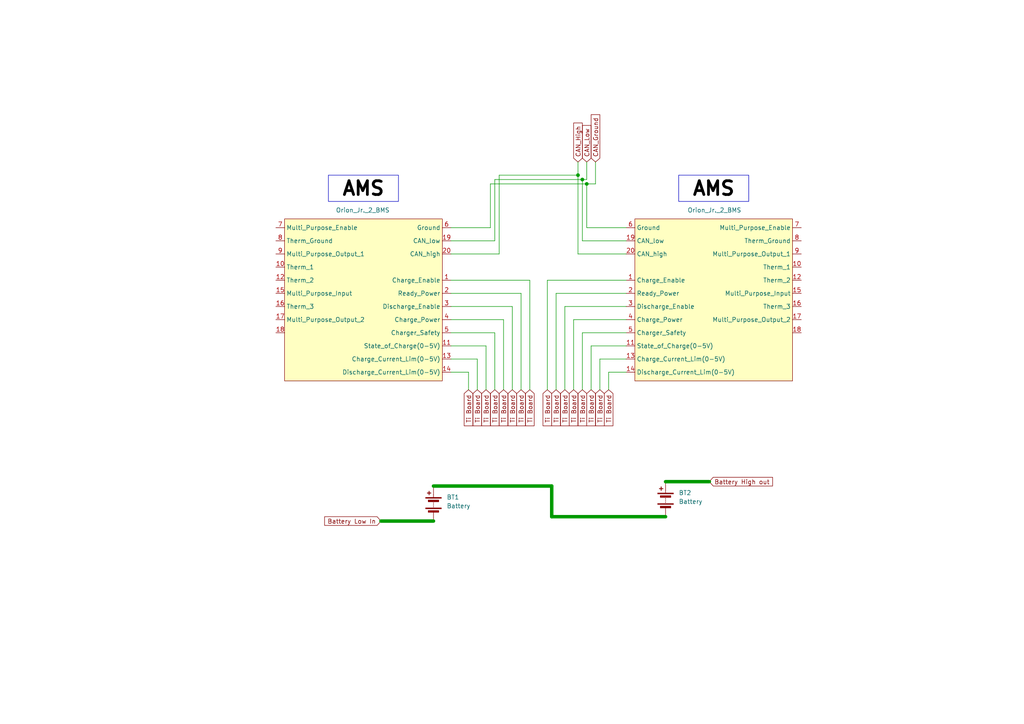
<source format=kicad_sch>
(kicad_sch (version 20230121) (generator eeschema)

  (uuid 6ec3cdcf-3d72-441d-8627-58bd9101e699)

  (paper "A4")

  (lib_symbols
    (symbol "Device:Battery" (pin_numbers hide) (pin_names (offset 0) hide) (in_bom yes) (on_board yes)
      (property "Reference" "BT" (at 2.54 2.54 0)
        (effects (font (size 1.27 1.27)) (justify left))
      )
      (property "Value" "Battery" (at 2.54 0 0)
        (effects (font (size 1.27 1.27)) (justify left))
      )
      (property "Footprint" "" (at 0 1.524 90)
        (effects (font (size 1.27 1.27)) hide)
      )
      (property "Datasheet" "~" (at 0 1.524 90)
        (effects (font (size 1.27 1.27)) hide)
      )
      (property "ki_keywords" "batt voltage-source cell" (at 0 0 0)
        (effects (font (size 1.27 1.27)) hide)
      )
      (property "ki_description" "Multiple-cell battery" (at 0 0 0)
        (effects (font (size 1.27 1.27)) hide)
      )
      (symbol "Battery_0_1"
        (rectangle (start -2.286 -1.27) (end 2.286 -1.524)
          (stroke (width 0) (type default))
          (fill (type outline))
        )
        (rectangle (start -2.286 1.778) (end 2.286 1.524)
          (stroke (width 0) (type default))
          (fill (type outline))
        )
        (rectangle (start -1.524 -2.032) (end 1.524 -2.54)
          (stroke (width 0) (type default))
          (fill (type outline))
        )
        (rectangle (start -1.524 1.016) (end 1.524 0.508)
          (stroke (width 0) (type default))
          (fill (type outline))
        )
        (polyline
          (pts
            (xy 0 -1.016)
            (xy 0 -0.762)
          )
          (stroke (width 0) (type default))
          (fill (type none))
        )
        (polyline
          (pts
            (xy 0 -0.508)
            (xy 0 -0.254)
          )
          (stroke (width 0) (type default))
          (fill (type none))
        )
        (polyline
          (pts
            (xy 0 0)
            (xy 0 0.254)
          )
          (stroke (width 0) (type default))
          (fill (type none))
        )
        (polyline
          (pts
            (xy 0 1.778)
            (xy 0 2.54)
          )
          (stroke (width 0) (type default))
          (fill (type none))
        )
        (polyline
          (pts
            (xy 0.762 3.048)
            (xy 1.778 3.048)
          )
          (stroke (width 0.254) (type default))
          (fill (type none))
        )
        (polyline
          (pts
            (xy 1.27 3.556)
            (xy 1.27 2.54)
          )
          (stroke (width 0.254) (type default))
          (fill (type none))
        )
      )
      (symbol "Battery_1_1"
        (pin passive line (at 0 5.08 270) (length 2.54)
          (name "+" (effects (font (size 1.27 1.27))))
          (number "1" (effects (font (size 1.27 1.27))))
        )
        (pin passive line (at 0 -5.08 90) (length 2.54)
          (name "-" (effects (font (size 1.27 1.27))))
          (number "2" (effects (font (size 1.27 1.27))))
        )
      )
    )
    (symbol "Sevcon_Gen4_Size6_1" (in_bom yes) (on_board yes)
      (property "Reference" "U4" (at -10.16 17.78 0)
        (effects (font (size 1.27 1.27)) hide)
      )
      (property "Value" "Orion_Jr._2_BMS" (at 10.16 17.78 0)
        (effects (font (size 1.27 1.27)) (justify right))
      )
      (property "Footprint" "" (at -21.59 -20.32 0)
        (effects (font (size 1.27 1.27) italic) hide)
      )
      (property "Datasheet" "" (at -21.59 -20.32 0)
        (effects (font (size 1.27 1.27)) hide)
      )
      (symbol "Sevcon_Gen4_Size6_1_0_1"
        (rectangle (start -22.86 15.24) (end 22.86 -31.75)
          (stroke (width 0) (type default))
          (fill (type background))
        )
      )
      (symbol "Sevcon_Gen4_Size6_1_1_1"
        (pin passive line (at 25.4 -2.54 180) (length 2.54)
          (name "Charge_Enable" (effects (font (size 1.27 1.27))))
          (number "1" (effects (font (size 1.27 1.27))))
        )
        (pin passive line (at -25.4 1.27 0) (length 2.54)
          (name "Therm_1" (effects (font (size 1.27 1.27))))
          (number "10" (effects (font (size 1.27 1.27))))
        )
        (pin passive line (at 25.4 -21.59 180) (length 2.54)
          (name "State_of_Charge(0-5V)" (effects (font (size 1.27 1.27))))
          (number "11" (effects (font (size 1.27 1.27))))
        )
        (pin passive line (at -25.4 -2.54 0) (length 2.54)
          (name "Therm_2" (effects (font (size 1.27 1.27))))
          (number "12" (effects (font (size 1.27 1.27))))
        )
        (pin passive line (at 25.4 -25.4 180) (length 2.54)
          (name "Charge_Current_Lim(0-5V)" (effects (font (size 1.27 1.27))))
          (number "13" (effects (font (size 1.27 1.27))))
        )
        (pin passive line (at 25.4 -29.21 180) (length 2.54)
          (name "Discharge_Current_Lim(0-5V)" (effects (font (size 1.27 1.27))))
          (number "14" (effects (font (size 1.27 1.27))))
        )
        (pin passive line (at -25.4 -6.35 0) (length 2.54)
          (name "Multi_Purpose_Input" (effects (font (size 1.27 1.27))))
          (number "15" (effects (font (size 1.27 1.27))))
        )
        (pin passive line (at -25.4 -10.16 0) (length 2.54)
          (name "Therm_3" (effects (font (size 1.27 1.27))))
          (number "16" (effects (font (size 1.27 1.27))))
        )
        (pin passive line (at -25.4 -13.97 0) (length 2.54)
          (name "Multi_Purpose_Output_2" (effects (font (size 1.27 1.27))))
          (number "17" (effects (font (size 1.27 1.27))))
        )
        (pin passive line (at -25.4 -17.78 0) (length 2.54)
          (name "" (effects (font (size 1.27 1.27))))
          (number "18" (effects (font (size 1.27 1.27))))
        )
        (pin passive line (at 25.4 8.89 180) (length 2.54)
          (name "CAN_low" (effects (font (size 1.27 1.27))))
          (number "19" (effects (font (size 1.27 1.27))))
        )
        (pin passive line (at 25.4 -6.35 180) (length 2.54)
          (name "Ready_Power" (effects (font (size 1.27 1.27))))
          (number "2" (effects (font (size 1.27 1.27))))
        )
        (pin passive line (at 25.4 5.08 180) (length 2.54)
          (name "CAN_high" (effects (font (size 1.27 1.27))))
          (number "20" (effects (font (size 1.27 1.27))))
        )
        (pin passive line (at 25.4 -10.16 180) (length 2.54)
          (name "Discharge_Enable" (effects (font (size 1.27 1.27))))
          (number "3" (effects (font (size 1.27 1.27))))
        )
        (pin passive line (at 25.4 -13.97 180) (length 2.54)
          (name "Charge_Power" (effects (font (size 1.27 1.27))))
          (number "4" (effects (font (size 1.27 1.27))))
        )
        (pin passive line (at 25.4 -17.78 180) (length 2.54)
          (name "Charger_Safety" (effects (font (size 1.27 1.27))))
          (number "5" (effects (font (size 1.27 1.27))))
        )
        (pin passive line (at 25.4 12.7 180) (length 2.54)
          (name "Ground" (effects (font (size 1.27 1.27))))
          (number "6" (effects (font (size 1.27 1.27))))
        )
        (pin passive line (at -25.4 12.7 0) (length 2.54)
          (name "Multi_Purpose_Enable" (effects (font (size 1.27 1.27))))
          (number "7" (effects (font (size 1.27 1.27))))
        )
        (pin passive line (at -25.4 8.89 0) (length 2.54)
          (name "Therm_Ground" (effects (font (size 1.27 1.27))))
          (number "8" (effects (font (size 1.27 1.27))))
        )
        (pin passive line (at -25.4 5.08 0) (length 2.54)
          (name "Multi_Purpose_Output_1" (effects (font (size 1.27 1.27))))
          (number "9" (effects (font (size 1.27 1.27))))
        )
      )
    )
  )

  (junction (at 168.91 52.07) (diameter 0) (color 0 0 0 0)
    (uuid 7c878b68-cbb6-46b9-8113-a4b1759e33cd)
  )
  (junction (at 167.64 50.8) (diameter 0) (color 0 0 0 0)
    (uuid 9977f19c-996a-412c-a81f-2a4b847aebf5)
  )
  (junction (at 170.18 53.34) (diameter 0) (color 0 0 0 0)
    (uuid b101bcc7-4bfe-4c2e-b969-6eee3c2cd3ff)
  )

  (wire (pts (xy 181.61 81.28) (xy 158.75 81.28))
    (stroke (width 0) (type default))
    (uuid 06169184-387f-4d70-aa9c-48f9f53d57f4)
  )
  (wire (pts (xy 153.67 81.28) (xy 153.67 113.03))
    (stroke (width 0) (type default))
    (uuid 076d1dac-370c-4e52-8f1b-98d8ff1562bd)
  )
  (wire (pts (xy 181.61 96.52) (xy 168.91 96.52))
    (stroke (width 0) (type default))
    (uuid 19f28101-dde9-479c-9c53-486c9f9d9e73)
  )
  (wire (pts (xy 181.61 85.09) (xy 161.29 85.09))
    (stroke (width 0) (type default))
    (uuid 1e1aed57-2dc6-488b-bce8-0f2de06e4c14)
  )
  (wire (pts (xy 166.37 92.71) (xy 166.37 113.03))
    (stroke (width 0) (type default))
    (uuid 214f6401-480f-40ba-9641-869db9acc8e1)
  )
  (wire (pts (xy 167.64 50.8) (xy 167.64 73.66))
    (stroke (width 0) (type default))
    (uuid 22407a0d-5854-4706-a420-45503dee7872)
  )
  (wire (pts (xy 148.59 88.9) (xy 148.59 113.03))
    (stroke (width 0) (type default))
    (uuid 22bc1290-9972-44c5-8efc-3f6e61afc3c4)
  )
  (wire (pts (xy 144.78 50.8) (xy 144.78 73.66))
    (stroke (width 0) (type default))
    (uuid 25099327-c647-4528-b77a-8caf1e956ca4)
  )
  (wire (pts (xy 142.24 53.34) (xy 142.24 66.04))
    (stroke (width 0) (type default))
    (uuid 259b1748-423d-4d99-a1c6-fa8cd6609fbf)
  )
  (wire (pts (xy 140.97 100.33) (xy 140.97 113.03))
    (stroke (width 0) (type default))
    (uuid 3151251e-3ef9-4fc7-a126-0d3ba737394d)
  )
  (wire (pts (xy 181.61 88.9) (xy 163.83 88.9))
    (stroke (width 0) (type default))
    (uuid 32e58633-64e4-4564-adac-a98d24cbc583)
  )
  (wire (pts (xy 143.51 52.07) (xy 143.51 69.85))
    (stroke (width 0) (type default))
    (uuid 33b7d7a9-7636-4b0d-9e0f-826ee8c1219c)
  )
  (wire (pts (xy 130.81 92.71) (xy 146.05 92.71))
    (stroke (width 0) (type default))
    (uuid 359280b8-98a4-425f-b4ae-193a6b738fc2)
  )
  (wire (pts (xy 170.18 53.34) (xy 170.18 66.04))
    (stroke (width 0) (type default))
    (uuid 36e255a3-6432-4b9e-bec8-a38cbe8c6292)
  )
  (wire (pts (xy 160.02 149.86) (xy 160.02 140.97))
    (stroke (width 1) (type default))
    (uuid 3712ab5d-c07f-4eec-867d-81b94ed2261f)
  )
  (wire (pts (xy 168.91 96.52) (xy 168.91 113.03))
    (stroke (width 0) (type default))
    (uuid 380e4ace-039b-48c9-9a93-b3066cba2d33)
  )
  (wire (pts (xy 168.91 52.07) (xy 168.91 69.85))
    (stroke (width 0) (type default))
    (uuid 4210be58-a738-4b92-8045-e50c10901b09)
  )
  (wire (pts (xy 171.45 100.33) (xy 171.45 113.03))
    (stroke (width 0) (type default))
    (uuid 49f0dd8a-4ca8-4051-a904-e1cd793e1c05)
  )
  (wire (pts (xy 130.81 85.09) (xy 151.13 85.09))
    (stroke (width 0) (type default))
    (uuid 5baa056d-a633-4bb9-b1fb-4498d19edf37)
  )
  (wire (pts (xy 146.05 92.71) (xy 146.05 113.03))
    (stroke (width 0) (type default))
    (uuid 6151e90b-3aa8-485d-aab0-fef3914d462b)
  )
  (wire (pts (xy 168.91 52.07) (xy 170.18 52.07))
    (stroke (width 0) (type default))
    (uuid 61b4a651-8e13-4181-b944-fd881a7665dd)
  )
  (wire (pts (xy 170.18 53.34) (xy 172.72 53.34))
    (stroke (width 0) (type default))
    (uuid 6312e2a6-d87f-4fe4-ba45-9015f23220f7)
  )
  (wire (pts (xy 172.72 46.99) (xy 172.72 53.34))
    (stroke (width 0) (type default))
    (uuid 6af1efe3-ea5d-4c75-9622-2ff7f030866e)
  )
  (wire (pts (xy 181.61 92.71) (xy 166.37 92.71))
    (stroke (width 0) (type default))
    (uuid 6cb93b34-b90f-4a7c-8458-e24142f9c352)
  )
  (wire (pts (xy 130.81 73.66) (xy 144.78 73.66))
    (stroke (width 0) (type default))
    (uuid 74a3e1ba-0db3-4d34-9654-b106f9cf27c5)
  )
  (wire (pts (xy 181.61 69.85) (xy 168.91 69.85))
    (stroke (width 0) (type default))
    (uuid 7f98da2d-ef74-46c7-a5c2-c3d5f6fcad19)
  )
  (wire (pts (xy 130.81 96.52) (xy 143.51 96.52))
    (stroke (width 0) (type default))
    (uuid 7fba8195-5feb-4903-b8b1-d71ed75817f7)
  )
  (wire (pts (xy 130.81 107.95) (xy 135.89 107.95))
    (stroke (width 0) (type default))
    (uuid 810b4804-b75a-4dd9-85b5-d03f1d41968e)
  )
  (wire (pts (xy 173.99 104.14) (xy 173.99 113.03))
    (stroke (width 0) (type default))
    (uuid 81ec6f8d-111e-443c-ae07-d447423b5c95)
  )
  (wire (pts (xy 176.53 107.95) (xy 176.53 113.03))
    (stroke (width 0) (type default))
    (uuid 83645498-0704-4114-9a64-169a0ac1ce09)
  )
  (wire (pts (xy 130.81 88.9) (xy 148.59 88.9))
    (stroke (width 0) (type default))
    (uuid 8a4d9e63-a962-43d0-b3c3-855cec0f1090)
  )
  (wire (pts (xy 170.18 53.34) (xy 142.24 53.34))
    (stroke (width 0) (type default))
    (uuid 8b138119-db1f-4c9d-9320-5c7bd3e5d096)
  )
  (wire (pts (xy 130.81 66.04) (xy 142.24 66.04))
    (stroke (width 0) (type default))
    (uuid 97f52abc-9a09-4179-947f-9f0bf0b5259b)
  )
  (wire (pts (xy 181.61 100.33) (xy 171.45 100.33))
    (stroke (width 0) (type default))
    (uuid 9baf5335-afc2-4288-99ad-fc443683534f)
  )
  (wire (pts (xy 130.81 81.28) (xy 153.67 81.28))
    (stroke (width 0) (type default))
    (uuid 9bd338f6-8ed4-4d43-8bc7-14f99af9836d)
  )
  (wire (pts (xy 181.61 104.14) (xy 173.99 104.14))
    (stroke (width 0) (type default))
    (uuid 9ce18adf-4f9a-41d8-b804-8591d1601a11)
  )
  (wire (pts (xy 160.02 140.97) (xy 125.73 140.97))
    (stroke (width 1) (type default))
    (uuid ad945464-ac1a-4b36-872f-263570015869)
  )
  (wire (pts (xy 181.61 66.04) (xy 170.18 66.04))
    (stroke (width 0) (type default))
    (uuid adf5f072-c38d-4f32-a7b5-03b1c3c720de)
  )
  (wire (pts (xy 158.75 81.28) (xy 158.75 113.03))
    (stroke (width 0) (type default))
    (uuid b3a221b9-b0df-4d30-a792-f6a0b55a34fe)
  )
  (wire (pts (xy 130.81 100.33) (xy 140.97 100.33))
    (stroke (width 0) (type default))
    (uuid b5fcbfa0-52d6-4f19-a413-23686993b413)
  )
  (wire (pts (xy 181.61 73.66) (xy 167.64 73.66))
    (stroke (width 0) (type default))
    (uuid c4d86d4c-70f4-45fa-ad12-134625fa2bac)
  )
  (wire (pts (xy 125.73 151.13) (xy 110.49 151.13))
    (stroke (width 1) (type default))
    (uuid c64f6bf3-3eb5-4926-89a7-638fbfa30303)
  )
  (wire (pts (xy 170.18 46.99) (xy 170.18 52.07))
    (stroke (width 0) (type default))
    (uuid ce88c93f-2b96-41d6-a0bc-358808e63380)
  )
  (wire (pts (xy 167.64 46.99) (xy 167.64 50.8))
    (stroke (width 0) (type default))
    (uuid d0c57014-d1c0-4a32-9c76-dbab0cd305e8)
  )
  (wire (pts (xy 143.51 52.07) (xy 168.91 52.07))
    (stroke (width 0) (type default))
    (uuid d0efb4d7-c45e-4550-83eb-558f22ae6c01)
  )
  (wire (pts (xy 161.29 85.09) (xy 161.29 113.03))
    (stroke (width 0) (type default))
    (uuid d6fd1b79-be8d-4004-83f6-3b49d6a178e7)
  )
  (wire (pts (xy 205.74 139.7) (xy 193.04 139.7))
    (stroke (width 1) (type default))
    (uuid d70974d5-c0c8-4066-bb3c-cefa8364c180)
  )
  (wire (pts (xy 163.83 88.9) (xy 163.83 113.03))
    (stroke (width 0) (type default))
    (uuid dbaecbaf-72a8-496f-9439-c706e208be16)
  )
  (wire (pts (xy 130.81 69.85) (xy 143.51 69.85))
    (stroke (width 0) (type default))
    (uuid ec50a4cb-863c-4262-b48d-1addc507ba96)
  )
  (wire (pts (xy 193.04 149.86) (xy 160.02 149.86))
    (stroke (width 1) (type default))
    (uuid ec71100a-a876-47af-9369-5592cd61f8a8)
  )
  (wire (pts (xy 138.43 104.14) (xy 138.43 113.03))
    (stroke (width 0) (type default))
    (uuid ef525abd-8516-44c9-800f-17e780b7ecfb)
  )
  (wire (pts (xy 144.78 50.8) (xy 167.64 50.8))
    (stroke (width 0) (type default))
    (uuid f06f9869-a0d4-4454-a314-0c317fca4c3c)
  )
  (wire (pts (xy 151.13 85.09) (xy 151.13 113.03))
    (stroke (width 0) (type default))
    (uuid f2d27e58-16a8-4266-93d9-6eeedf53a197)
  )
  (wire (pts (xy 135.89 107.95) (xy 135.89 113.03))
    (stroke (width 0) (type default))
    (uuid f4d30b64-0f1b-40f5-9ca4-ef73f4e6206a)
  )
  (wire (pts (xy 143.51 96.52) (xy 143.51 113.03))
    (stroke (width 0) (type default))
    (uuid f56b3fd0-008c-4083-829e-412a60669a1b)
  )
  (wire (pts (xy 130.81 104.14) (xy 138.43 104.14))
    (stroke (width 0) (type default))
    (uuid fb6eb105-fc9c-475a-ac39-82470e2fff1d)
  )
  (wire (pts (xy 181.61 107.95) (xy 176.53 107.95))
    (stroke (width 0) (type default))
    (uuid fd5b0fff-2ec6-428b-9855-ebbc111e30cd)
  )

  (text_box "AMS"
    (at 196.85 50.8 0) (size 20.32 7.62)
    (stroke (width 0) (type default))
    (fill (type none))
    (effects (font (size 4 4) (thickness 0.8) bold (color 0 0 0 1)))
    (uuid a088598d-33f9-4078-8bcf-25d3b12dd5fe)
  )
  (text_box "AMS"
    (at 95.25 50.8 0) (size 20.32 7.62)
    (stroke (width 0) (type default))
    (fill (type none))
    (effects (font (size 4 4) (thickness 0.8) bold (color 0 0 0 1)))
    (uuid f2ba5f32-b26b-42f3-8430-cb74b2aee5c6)
  )

  (global_label "Ti Board" (shape input) (at 143.51 113.03 270) (fields_autoplaced)
    (effects (font (size 1.27 1.27)) (justify right))
    (uuid 0a33c6f8-3f26-4f0f-82b0-90a98fbb14b5)
    (property "Intersheetrefs" "${INTERSHEET_REFS}" (at 143.51 124.0584 90)
      (effects (font (size 1.27 1.27)) (justify right) hide)
    )
  )
  (global_label "Ti Board" (shape input) (at 171.45 113.03 270) (fields_autoplaced)
    (effects (font (size 1.27 1.27)) (justify right))
    (uuid 19ff8be7-7565-41b8-9ebb-93fc4ccaaf50)
    (property "Intersheetrefs" "${INTERSHEET_REFS}" (at 171.45 124.0584 90)
      (effects (font (size 1.27 1.27)) (justify right) hide)
    )
  )
  (global_label "CAN_High" (shape input) (at 167.64 46.99 90) (fields_autoplaced)
    (effects (font (size 1.27 1.27)) (justify left))
    (uuid 1cb8a379-0232-4041-8cf1-b2586ab48ad2)
    (property "Intersheetrefs" "${INTERSHEET_REFS}" (at 167.64 35.1148 90)
      (effects (font (size 1.27 1.27)) (justify left) hide)
    )
  )
  (global_label "Battery Low In" (shape input) (at 110.49 151.13 180) (fields_autoplaced)
    (effects (font (size 1.27 1.27)) (justify right))
    (uuid 200bf3e9-59b2-49bb-99d4-ed7a23efc19a)
    (property "Intersheetrefs" "${INTERSHEET_REFS}" (at 93.5954 151.13 0)
      (effects (font (size 1.27 1.27)) (justify right) hide)
    )
  )
  (global_label "CAN_Ground" (shape input) (at 172.72 46.99 90) (fields_autoplaced)
    (effects (font (size 1.27 1.27)) (justify left))
    (uuid 2d03c68d-241f-437a-9694-597de6dee7fc)
    (property "Intersheetrefs" "${INTERSHEET_REFS}" (at 172.72 32.6959 90)
      (effects (font (size 1.27 1.27)) (justify left) hide)
    )
  )
  (global_label "Ti Board" (shape input) (at 161.29 113.03 270) (fields_autoplaced)
    (effects (font (size 1.27 1.27)) (justify right))
    (uuid 2f97c96b-b820-4f2a-b3ef-1982fce6650b)
    (property "Intersheetrefs" "${INTERSHEET_REFS}" (at 161.29 124.0584 90)
      (effects (font (size 1.27 1.27)) (justify right) hide)
    )
  )
  (global_label "Ti Board" (shape input) (at 135.89 113.03 270) (fields_autoplaced)
    (effects (font (size 1.27 1.27)) (justify right))
    (uuid 358d5b24-b3bc-43be-949b-a62c627b6b61)
    (property "Intersheetrefs" "${INTERSHEET_REFS}" (at 135.89 124.0584 90)
      (effects (font (size 1.27 1.27)) (justify right) hide)
    )
  )
  (global_label "Ti Board" (shape input) (at 173.99 113.03 270) (fields_autoplaced)
    (effects (font (size 1.27 1.27)) (justify right))
    (uuid 4ae342a6-e481-4cb9-a53a-4413809a96b9)
    (property "Intersheetrefs" "${INTERSHEET_REFS}" (at 173.99 124.0584 90)
      (effects (font (size 1.27 1.27)) (justify right) hide)
    )
  )
  (global_label "Ti Board" (shape input) (at 138.43 113.03 270) (fields_autoplaced)
    (effects (font (size 1.27 1.27)) (justify right))
    (uuid 5f7b9b4f-a265-464a-8360-446eabe764a4)
    (property "Intersheetrefs" "${INTERSHEET_REFS}" (at 138.43 124.0584 90)
      (effects (font (size 1.27 1.27)) (justify right) hide)
    )
  )
  (global_label "Ti Board" (shape input) (at 140.97 113.03 270) (fields_autoplaced)
    (effects (font (size 1.27 1.27)) (justify right))
    (uuid 64259253-ad08-4910-925f-ee0b1e7978cd)
    (property "Intersheetrefs" "${INTERSHEET_REFS}" (at 140.97 124.0584 90)
      (effects (font (size 1.27 1.27)) (justify right) hide)
    )
  )
  (global_label "Ti Board" (shape input) (at 146.05 113.03 270) (fields_autoplaced)
    (effects (font (size 1.27 1.27)) (justify right))
    (uuid 7081f13e-9726-445d-b3a5-adb7d0883443)
    (property "Intersheetrefs" "${INTERSHEET_REFS}" (at 146.05 124.0584 90)
      (effects (font (size 1.27 1.27)) (justify right) hide)
    )
  )
  (global_label "Ti Board" (shape input) (at 166.37 113.03 270) (fields_autoplaced)
    (effects (font (size 1.27 1.27)) (justify right))
    (uuid 7734f2a3-a358-4029-98f6-35c0d609238f)
    (property "Intersheetrefs" "${INTERSHEET_REFS}" (at 166.37 124.0584 90)
      (effects (font (size 1.27 1.27)) (justify right) hide)
    )
  )
  (global_label "Ti Board" (shape input) (at 176.53 113.03 270) (fields_autoplaced)
    (effects (font (size 1.27 1.27)) (justify right))
    (uuid 86d9b8d2-ed28-4b46-b846-9ed26920cf61)
    (property "Intersheetrefs" "${INTERSHEET_REFS}" (at 176.53 124.0584 90)
      (effects (font (size 1.27 1.27)) (justify right) hide)
    )
  )
  (global_label "Ti Board" (shape input) (at 158.75 113.03 270) (fields_autoplaced)
    (effects (font (size 1.27 1.27)) (justify right))
    (uuid 9a973c58-f365-42f2-a07f-9d7d6fd3540a)
    (property "Intersheetrefs" "${INTERSHEET_REFS}" (at 158.75 124.0584 90)
      (effects (font (size 1.27 1.27)) (justify right) hide)
    )
  )
  (global_label "Ti Board" (shape input) (at 168.91 113.03 270) (fields_autoplaced)
    (effects (font (size 1.27 1.27)) (justify right))
    (uuid 9ce6c428-ec03-41a9-886c-a42ed5ab110f)
    (property "Intersheetrefs" "${INTERSHEET_REFS}" (at 168.91 124.0584 90)
      (effects (font (size 1.27 1.27)) (justify right) hide)
    )
  )
  (global_label "CAN_Low" (shape input) (at 170.18 46.99 90) (fields_autoplaced)
    (effects (font (size 1.27 1.27)) (justify left))
    (uuid b9d652dc-093f-45a3-a2d2-7426cb26421a)
    (property "Intersheetrefs" "${INTERSHEET_REFS}" (at 170.18 35.8405 90)
      (effects (font (size 1.27 1.27)) (justify left) hide)
    )
  )
  (global_label "Ti Board" (shape input) (at 163.83 113.03 270) (fields_autoplaced)
    (effects (font (size 1.27 1.27)) (justify right))
    (uuid c3fd3c9d-5ccd-4ad7-a5cb-a3f3ec8635e2)
    (property "Intersheetrefs" "${INTERSHEET_REFS}" (at 163.83 124.0584 90)
      (effects (font (size 1.27 1.27)) (justify right) hide)
    )
  )
  (global_label "Battery High out" (shape input) (at 205.74 139.7 0) (fields_autoplaced)
    (effects (font (size 1.27 1.27)) (justify left))
    (uuid c9a3cd82-a052-415c-b7eb-0b0eeea3744f)
    (property "Intersheetrefs" "${INTERSHEET_REFS}" (at 224.6302 139.7 0)
      (effects (font (size 1.27 1.27)) (justify left) hide)
    )
  )
  (global_label "Ti Board" (shape input) (at 153.67 113.03 270) (fields_autoplaced)
    (effects (font (size 1.27 1.27)) (justify right))
    (uuid d344bce6-3e03-40fa-9a13-8299a9edebe6)
    (property "Intersheetrefs" "${INTERSHEET_REFS}" (at 153.67 124.0584 90)
      (effects (font (size 1.27 1.27)) (justify right) hide)
    )
  )
  (global_label "Ti Board" (shape input) (at 148.59 113.03 270) (fields_autoplaced)
    (effects (font (size 1.27 1.27)) (justify right))
    (uuid e030c31d-4c12-40bc-be59-bbe64485f242)
    (property "Intersheetrefs" "${INTERSHEET_REFS}" (at 148.59 124.0584 90)
      (effects (font (size 1.27 1.27)) (justify right) hide)
    )
  )
  (global_label "Ti Board" (shape input) (at 151.13 113.03 270) (fields_autoplaced)
    (effects (font (size 1.27 1.27)) (justify right))
    (uuid eea5c8fc-7842-4af2-84a9-717400d119ca)
    (property "Intersheetrefs" "${INTERSHEET_REFS}" (at 151.13 124.0584 90)
      (effects (font (size 1.27 1.27)) (justify right) hide)
    )
  )

  (symbol (lib_id "Device:Battery") (at 193.04 144.78 0) (mirror y) (unit 1)
    (in_bom yes) (on_board yes) (dnp no) (fields_autoplaced)
    (uuid 83915b2e-9e0d-4962-b65d-f8eddb034807)
    (property "Reference" "BT2" (at 196.85 142.9385 0)
      (effects (font (size 1.27 1.27)) (justify right))
    )
    (property "Value" "Battery" (at 196.85 145.4785 0)
      (effects (font (size 1.27 1.27)) (justify right))
    )
    (property "Footprint" "" (at 193.04 143.256 90)
      (effects (font (size 1.27 1.27)) hide)
    )
    (property "Datasheet" "~" (at 193.04 143.256 90)
      (effects (font (size 1.27 1.27)) hide)
    )
    (pin "1" (uuid 21a5dad6-da59-4610-b742-81763a871a51))
    (pin "2" (uuid acb61140-a2f4-4ba7-9c15-456b15b3dbce))
    (instances
      (project "Car_TractiveSystem_v2"
        (path "/588b5c14-1813-4e1d-9dbe-940839ecebe3/e4490b15-8d64-4c6b-989b-1c2488feee21"
          (reference "BT2") (unit 1)
        )
      )
    )
  )

  (symbol (lib_id "Device:Battery") (at 125.73 146.05 0) (mirror y) (unit 1)
    (in_bom yes) (on_board yes) (dnp no) (fields_autoplaced)
    (uuid daf9dce5-8f64-441a-b693-f759c23ab1fa)
    (property "Reference" "BT1" (at 129.54 144.2085 0)
      (effects (font (size 1.27 1.27)) (justify right))
    )
    (property "Value" "Battery" (at 129.54 146.7485 0)
      (effects (font (size 1.27 1.27)) (justify right))
    )
    (property "Footprint" "" (at 125.73 144.526 90)
      (effects (font (size 1.27 1.27)) hide)
    )
    (property "Datasheet" "~" (at 125.73 144.526 90)
      (effects (font (size 1.27 1.27)) hide)
    )
    (pin "1" (uuid 50f4ae0e-24f3-4832-ace2-589860970d32))
    (pin "2" (uuid 2d8ac674-6984-4243-99be-f13e90c23143))
    (instances
      (project "Car_TractiveSystem_v2"
        (path "/588b5c14-1813-4e1d-9dbe-940839ecebe3/e4490b15-8d64-4c6b-989b-1c2488feee21"
          (reference "BT1") (unit 1)
        )
      )
    )
  )

  (symbol (lib_name "Sevcon_Gen4_Size6_1") (lib_id "CamachosSymbols:Sevcon_Gen4_Size6") (at 207.01 78.74 0) (mirror y) (unit 1)
    (in_bom yes) (on_board yes) (dnp no)
    (uuid e86f9265-efff-48e2-8867-46fcc9adb480)
    (property "Reference" "U?" (at 217.17 60.96 0)
      (effects (font (size 1.27 1.27)) hide)
    )
    (property "Value" "Orion_Jr._2_BMS" (at 199.39 60.96 0)
      (effects (font (size 1.27 1.27)) (justify right))
    )
    (property "Footprint" "" (at 228.6 99.06 0)
      (effects (font (size 1.27 1.27) italic) hide)
    )
    (property "Datasheet" "" (at 228.6 99.06 0)
      (effects (font (size 1.27 1.27)) hide)
    )
    (pin "1" (uuid 1542a66a-4c12-4f18-aa4f-42948e6f37f3))
    (pin "10" (uuid 980876be-10fa-4747-af43-23748bdadbc3))
    (pin "11" (uuid dd47e014-0237-4d06-8f49-fceddd77e838))
    (pin "12" (uuid 7dccf247-1d0c-4f2a-872b-8550c7f851b3))
    (pin "13" (uuid edbbaf14-7468-43c2-b7bb-443a5a992f37))
    (pin "14" (uuid 97c0b993-83d0-4cf2-bbde-3bc437a64225))
    (pin "15" (uuid 04fbb976-c9e4-43fd-8142-cf990061edf4))
    (pin "16" (uuid 7ddf59ba-9b2e-47d5-8c99-042cab480a81))
    (pin "17" (uuid 48993f12-9957-461f-8bcc-a9f28ef351ae))
    (pin "18" (uuid 7cf7f410-c5d7-40e7-83b1-fa050e4267a4))
    (pin "19" (uuid 3e9c9bc5-2bce-40ab-86c4-a8d854add1c0))
    (pin "2" (uuid 819a59bf-f0c8-4b4f-9126-04479b11ab27))
    (pin "20" (uuid 113177aa-8df1-40d5-ba92-5318d8b55bd0))
    (pin "3" (uuid 05c29596-ec05-46ab-9a04-8e20f74e73e2))
    (pin "4" (uuid 78e7367f-761f-42ee-b642-a5097b448b69))
    (pin "5" (uuid 742720ab-4220-44f7-a335-56d07c68fa8f))
    (pin "6" (uuid 8d24b75f-ea3e-423f-9464-10a1d2204f9c))
    (pin "7" (uuid 17209fbe-5281-4f5c-b7f3-baa6fb3f74f9))
    (pin "8" (uuid 5a508cf4-3d9d-4755-aae0-6cdd105434f6))
    (pin "9" (uuid 4b714298-d47a-49fa-9d09-164bd0773e1c))
    (instances
      (project "Car_TractiveSystem_v2"
        (path "/588b5c14-1813-4e1d-9dbe-940839ecebe3"
          (reference "U?") (unit 1)
        )
        (path "/588b5c14-1813-4e1d-9dbe-940839ecebe3/e4490b15-8d64-4c6b-989b-1c2488feee21"
          (reference "U6") (unit 1)
        )
      )
    )
  )

  (symbol (lib_name "Sevcon_Gen4_Size6_1") (lib_id "CamachosSymbols:Sevcon_Gen4_Size6") (at 105.41 78.74 0) (unit 1)
    (in_bom yes) (on_board yes) (dnp no)
    (uuid ea500af7-60c0-4849-b657-dd64e3c608e0)
    (property "Reference" "U?" (at 95.25 60.96 0)
      (effects (font (size 1.27 1.27)) hide)
    )
    (property "Value" "Orion_Jr._2_BMS" (at 113.03 60.96 0)
      (effects (font (size 1.27 1.27)) (justify right))
    )
    (property "Footprint" "" (at 83.82 99.06 0)
      (effects (font (size 1.27 1.27) italic) hide)
    )
    (property "Datasheet" "" (at 83.82 99.06 0)
      (effects (font (size 1.27 1.27)) hide)
    )
    (pin "1" (uuid 963bb189-0bc0-43fb-b8ca-a2b0d567a82f))
    (pin "10" (uuid 28a51eaa-80f0-475c-ade1-a094db2f2827))
    (pin "11" (uuid 18b1f56c-a7f7-4181-82ab-ebc9030e1863))
    (pin "12" (uuid 523185df-7628-4c0b-9a58-029b9e8ed4d9))
    (pin "13" (uuid 87885b93-358d-4f38-8016-323f10a080fa))
    (pin "14" (uuid 94be31eb-3307-4812-b611-ab043ffa5461))
    (pin "15" (uuid 4a5fa4dc-3bd7-4e7c-9783-1757071c1c14))
    (pin "16" (uuid 75512e5f-8363-4c29-8f1d-4c2b68c088d2))
    (pin "17" (uuid 90e5e360-b715-4c3f-8bf6-82a487a2b5a1))
    (pin "18" (uuid f020b493-936a-4ad4-83dc-fb77fb01e499))
    (pin "19" (uuid 5e831080-0558-4505-a411-2eccb65846ca))
    (pin "2" (uuid 7e165d70-b601-40db-b6b9-fcc65d3d917c))
    (pin "20" (uuid b0c00a92-2e4f-4ada-8272-aa8d4d2b415c))
    (pin "3" (uuid 932e5b32-5452-4dc7-996e-e3fc42ba0f4f))
    (pin "4" (uuid 4a148384-8487-4e22-b144-65ac4d10469a))
    (pin "5" (uuid 8fea100c-f14a-4517-a5c6-32ba803b29a9))
    (pin "6" (uuid 8731149e-3fd0-4f94-9666-abd9955870ad))
    (pin "7" (uuid 7da869d0-f1ec-4d2a-af60-c1d124cf23e0))
    (pin "8" (uuid c4335601-c5cf-47e5-a33e-6c47663d5c02))
    (pin "9" (uuid caaaac33-7512-429c-ac76-a2aff6b9eac5))
    (instances
      (project "Car_TractiveSystem_v2"
        (path "/588b5c14-1813-4e1d-9dbe-940839ecebe3"
          (reference "U?") (unit 1)
        )
        (path "/588b5c14-1813-4e1d-9dbe-940839ecebe3/e4490b15-8d64-4c6b-989b-1c2488feee21"
          (reference "U4") (unit 1)
        )
      )
    )
  )
)

</source>
